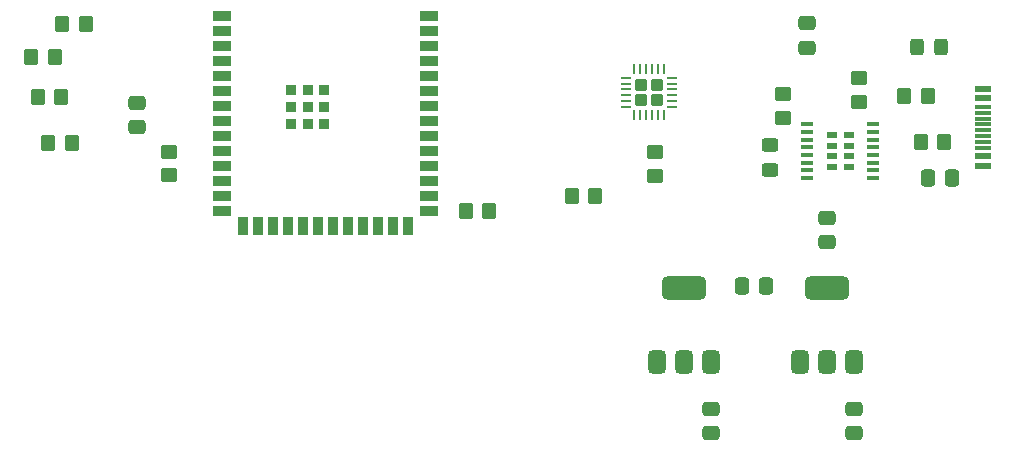
<source format=gbr>
%TF.GenerationSoftware,KiCad,Pcbnew,8.0.5*%
%TF.CreationDate,2024-10-29T11:33:28-05:00*%
%TF.ProjectId,golf_club_draft,676f6c66-5f63-46c7-9562-5f6472616674,rev?*%
%TF.SameCoordinates,Original*%
%TF.FileFunction,Paste,Top*%
%TF.FilePolarity,Positive*%
%FSLAX46Y46*%
G04 Gerber Fmt 4.6, Leading zero omitted, Abs format (unit mm)*
G04 Created by KiCad (PCBNEW 8.0.5) date 2024-10-29 11:33:28*
%MOMM*%
%LPD*%
G01*
G04 APERTURE LIST*
G04 Aperture macros list*
%AMRoundRect*
0 Rectangle with rounded corners*
0 $1 Rounding radius*
0 $2 $3 $4 $5 $6 $7 $8 $9 X,Y pos of 4 corners*
0 Add a 4 corners polygon primitive as box body*
4,1,4,$2,$3,$4,$5,$6,$7,$8,$9,$2,$3,0*
0 Add four circle primitives for the rounded corners*
1,1,$1+$1,$2,$3*
1,1,$1+$1,$4,$5*
1,1,$1+$1,$6,$7*
1,1,$1+$1,$8,$9*
0 Add four rect primitives between the rounded corners*
20,1,$1+$1,$2,$3,$4,$5,0*
20,1,$1+$1,$4,$5,$6,$7,0*
20,1,$1+$1,$6,$7,$8,$9,0*
20,1,$1+$1,$8,$9,$2,$3,0*%
G04 Aperture macros list end*
%ADD10RoundRect,0.250000X-0.325000X-0.450000X0.325000X-0.450000X0.325000X0.450000X-0.325000X0.450000X0*%
%ADD11RoundRect,0.250000X0.350000X0.450000X-0.350000X0.450000X-0.350000X-0.450000X0.350000X-0.450000X0*%
%ADD12RoundRect,0.250000X0.450000X-0.325000X0.450000X0.325000X-0.450000X0.325000X-0.450000X-0.325000X0*%
%ADD13RoundRect,0.250000X0.450000X-0.350000X0.450000X0.350000X-0.450000X0.350000X-0.450000X-0.350000X0*%
%ADD14RoundRect,0.250000X0.475000X-0.337500X0.475000X0.337500X-0.475000X0.337500X-0.475000X-0.337500X0*%
%ADD15RoundRect,0.250000X-0.475000X0.337500X-0.475000X-0.337500X0.475000X-0.337500X0.475000X0.337500X0*%
%ADD16RoundRect,0.250000X-0.350000X-0.450000X0.350000X-0.450000X0.350000X0.450000X-0.350000X0.450000X0*%
%ADD17R,1.050000X0.450000*%
%ADD18R,0.882000X0.537000*%
%ADD19RoundRect,0.375000X0.375000X-0.625000X0.375000X0.625000X-0.375000X0.625000X-0.375000X-0.625000X0*%
%ADD20RoundRect,0.500000X1.400000X-0.500000X1.400000X0.500000X-1.400000X0.500000X-1.400000X-0.500000X0*%
%ADD21R,0.900000X0.900000*%
%ADD22R,1.500000X0.900000*%
%ADD23R,0.900000X1.500000*%
%ADD24RoundRect,0.250000X-0.450000X0.350000X-0.450000X-0.350000X0.450000X-0.350000X0.450000X0.350000X0*%
%ADD25R,1.450000X0.600000*%
%ADD26R,1.450000X0.300000*%
%ADD27RoundRect,0.250000X0.275000X0.275000X-0.275000X0.275000X-0.275000X-0.275000X0.275000X-0.275000X0*%
%ADD28RoundRect,0.062500X0.350000X0.062500X-0.350000X0.062500X-0.350000X-0.062500X0.350000X-0.062500X0*%
%ADD29RoundRect,0.062500X0.062500X0.350000X-0.062500X0.350000X-0.062500X-0.350000X0.062500X-0.350000X0*%
%ADD30RoundRect,0.250000X-0.337500X-0.475000X0.337500X-0.475000X0.337500X0.475000X-0.337500X0.475000X0*%
G04 APERTURE END LIST*
D10*
%TO.C,D2*%
X127194200Y-35153600D03*
X129244200Y-35153600D03*
%TD*%
D11*
%TO.C,R5*%
X128168400Y-39268400D03*
X126168400Y-39268400D03*
%TD*%
D12*
%TO.C,D1*%
X114808000Y-45534800D03*
X114808000Y-43484800D03*
%TD*%
D13*
%TO.C,R3*%
X122326400Y-39776400D03*
X122326400Y-37776400D03*
%TD*%
D14*
%TO.C,C7*%
X61163200Y-41960800D03*
X61163200Y-39885800D03*
%TD*%
D15*
%TO.C,C1*%
X109778800Y-65786000D03*
X109778800Y-67861000D03*
%TD*%
D14*
%TO.C,C4*%
X119583200Y-51685100D03*
X119583200Y-49610100D03*
%TD*%
D16*
%TO.C,R12*%
X89017600Y-49022000D03*
X91017600Y-49022000D03*
%TD*%
D11*
%TO.C,R7*%
X54238400Y-35966400D03*
X52238400Y-35966400D03*
%TD*%
D17*
%TO.C,BATTCHARGER1*%
X123502800Y-46238700D03*
X123502800Y-45588700D03*
X123502800Y-44938700D03*
X123502800Y-44288700D03*
X123502800Y-43638700D03*
X123502800Y-42988700D03*
X123502800Y-42338700D03*
X123502800Y-41688700D03*
X117952800Y-41688700D03*
X117952800Y-42338700D03*
X117952800Y-42988700D03*
X117952800Y-43638700D03*
X117952800Y-44288700D03*
X117952800Y-44938700D03*
X117952800Y-45588700D03*
X117952800Y-46238700D03*
D18*
X121462800Y-45306200D03*
X121462800Y-44411200D03*
X121462800Y-43516200D03*
X121462800Y-42621200D03*
X119992800Y-45306200D03*
X119992800Y-44411200D03*
X119992800Y-43516200D03*
X119992800Y-42621200D03*
%TD*%
D19*
%TO.C,3V3LR1*%
X105192800Y-61824400D03*
X107492800Y-61824400D03*
D20*
X107492800Y-55524400D03*
D19*
X109792800Y-61824400D03*
%TD*%
D11*
%TO.C,R6*%
X56880000Y-33223200D03*
X54880000Y-33223200D03*
%TD*%
D15*
%TO.C,C3*%
X121920000Y-65786000D03*
X121920000Y-67861000D03*
%TD*%
D19*
%TO.C,1V8LR1*%
X117334000Y-61824400D03*
X119634000Y-61824400D03*
D20*
X119634000Y-55524400D03*
D19*
X121934000Y-61824400D03*
%TD*%
D21*
%TO.C,U3*%
X74252800Y-38832000D03*
X74252800Y-40232000D03*
X74252800Y-41632000D03*
X75652800Y-38832000D03*
X75652800Y-40232000D03*
X75652800Y-41632000D03*
X77052800Y-38832000D03*
X77052800Y-40232000D03*
X77052800Y-41632000D03*
D22*
X68402800Y-32512000D03*
X68402800Y-33782000D03*
X68402800Y-35052000D03*
X68402800Y-36322000D03*
X68402800Y-37592000D03*
X68402800Y-38862000D03*
X68402800Y-40132000D03*
X68402800Y-41402000D03*
X68402800Y-42672000D03*
X68402800Y-43942000D03*
X68402800Y-45212000D03*
X68402800Y-46482000D03*
X68402800Y-47752000D03*
X68402800Y-49022000D03*
D23*
X70167800Y-50272000D03*
X71437800Y-50272000D03*
X72707800Y-50272000D03*
X73977800Y-50272000D03*
X75247800Y-50272000D03*
X76517800Y-50272000D03*
X77787800Y-50272000D03*
X79057800Y-50272000D03*
X80327800Y-50272000D03*
X81597800Y-50272000D03*
X82867800Y-50272000D03*
X84137800Y-50272000D03*
D22*
X85902800Y-49022000D03*
X85902800Y-47752000D03*
X85902800Y-46482000D03*
X85902800Y-45212000D03*
X85902800Y-43942000D03*
X85902800Y-42672000D03*
X85902800Y-41402000D03*
X85902800Y-40132000D03*
X85902800Y-38862000D03*
X85902800Y-37592000D03*
X85902800Y-36322000D03*
X85902800Y-35052000D03*
X85902800Y-33782000D03*
X85902800Y-32512000D03*
%TD*%
D11*
%TO.C,R10*%
X99993200Y-47752000D03*
X97993200Y-47752000D03*
%TD*%
D24*
%TO.C,R1*%
X115925600Y-39132000D03*
X115925600Y-41132000D03*
%TD*%
D13*
%TO.C,R11*%
X63906400Y-46008800D03*
X63906400Y-44008800D03*
%TD*%
D11*
%TO.C,R4*%
X129540000Y-43230800D03*
X127540000Y-43230800D03*
%TD*%
D25*
%TO.C,J1*%
X132776200Y-45208800D03*
X132776200Y-44408800D03*
D26*
X132776200Y-43208800D03*
X132776200Y-42208800D03*
X132776200Y-41708800D03*
X132776200Y-40708800D03*
D25*
X132776200Y-39508800D03*
X132776200Y-38708800D03*
X132776200Y-38708800D03*
X132776200Y-39508800D03*
D26*
X132776200Y-40208800D03*
X132776200Y-41208800D03*
X132776200Y-42708800D03*
X132776200Y-43708800D03*
D25*
X132776200Y-44408800D03*
X132776200Y-45208800D03*
%TD*%
D11*
%TO.C,R8*%
X54797200Y-39420800D03*
X52797200Y-39420800D03*
%TD*%
D24*
%TO.C,R2*%
X105054400Y-44043600D03*
X105054400Y-46043600D03*
%TD*%
D11*
%TO.C,R9*%
X55695600Y-43281600D03*
X53695600Y-43281600D03*
%TD*%
D27*
%TO.C,U2*%
X105189300Y-39644400D03*
X105189300Y-38344400D03*
X103889300Y-39644400D03*
X103889300Y-38344400D03*
D28*
X106476800Y-40244400D03*
X106476800Y-39744400D03*
X106476800Y-39244400D03*
X106476800Y-38744400D03*
X106476800Y-38244400D03*
X106476800Y-37744400D03*
D29*
X105789300Y-37056900D03*
X105289300Y-37056900D03*
X104789300Y-37056900D03*
X104289300Y-37056900D03*
X103789300Y-37056900D03*
X103289300Y-37056900D03*
D28*
X102601800Y-37744400D03*
X102601800Y-38244400D03*
X102601800Y-38744400D03*
X102601800Y-39244400D03*
X102601800Y-39744400D03*
X102601800Y-40244400D03*
D29*
X103289300Y-40931900D03*
X103789300Y-40931900D03*
X104289300Y-40931900D03*
X104789300Y-40931900D03*
X105289300Y-40931900D03*
X105789300Y-40931900D03*
%TD*%
D30*
%TO.C,C2*%
X112377400Y-55372000D03*
X114452400Y-55372000D03*
%TD*%
D14*
%TO.C,C6*%
X117906800Y-35204400D03*
X117906800Y-33129400D03*
%TD*%
D30*
%TO.C,C5*%
X128146900Y-46228000D03*
X130221900Y-46228000D03*
%TD*%
M02*

</source>
